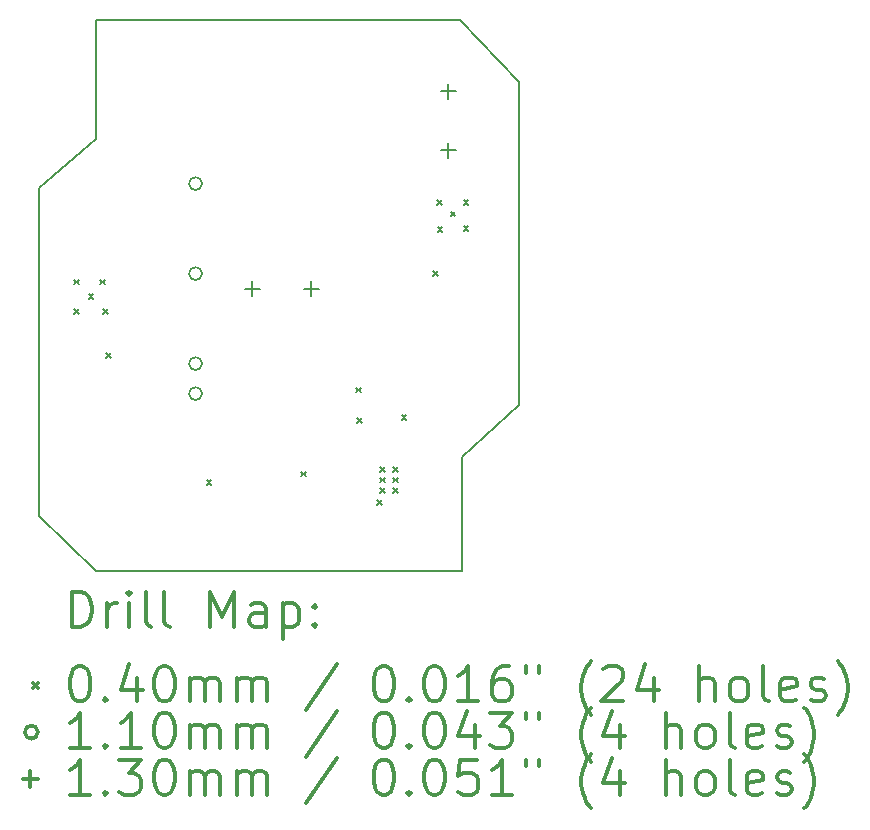
<source format=gbr>
%FSLAX45Y45*%
G04 Gerber Fmt 4.5, Leading zero omitted, Abs format (unit mm)*
G04 Created by KiCad (PCBNEW 5.1.4) date 2019-10-30 11:02:12*
%MOMM*%
%LPD*%
G04 APERTURE LIST*
%ADD10C,0.200000*%
%ADD11C,0.300000*%
G04 APERTURE END LIST*
D10*
X19595000Y-10910000D02*
X20075000Y-10470000D01*
X19595000Y-11870000D02*
X19595000Y-10910000D01*
X16010000Y-11410000D02*
X16495000Y-11870000D01*
X16495000Y-8210000D02*
X16010000Y-8630000D01*
X16495000Y-7210000D02*
X16495000Y-8210000D01*
X19575000Y-7210000D02*
X20075000Y-7730000D01*
X19575000Y-7210000D02*
X16495000Y-7210000D01*
X16010000Y-8630000D02*
X16010000Y-11410000D01*
X16495000Y-11870000D02*
X19595000Y-11870000D01*
X20075000Y-10470000D02*
X20075000Y-7730000D01*
D10*
X16305000Y-9405000D02*
X16345000Y-9445000D01*
X16345000Y-9405000D02*
X16305000Y-9445000D01*
X16305000Y-9655000D02*
X16345000Y-9695000D01*
X16345000Y-9655000D02*
X16305000Y-9695000D01*
X16430000Y-9530000D02*
X16470000Y-9570000D01*
X16470000Y-9530000D02*
X16430000Y-9570000D01*
X16530000Y-9405000D02*
X16570000Y-9445000D01*
X16570000Y-9405000D02*
X16530000Y-9445000D01*
X16555000Y-9655000D02*
X16595000Y-9695000D01*
X16595000Y-9655000D02*
X16555000Y-9695000D01*
X16580000Y-10030000D02*
X16620000Y-10070000D01*
X16620000Y-10030000D02*
X16580000Y-10070000D01*
X17430000Y-11105000D02*
X17470000Y-11145000D01*
X17470000Y-11105000D02*
X17430000Y-11145000D01*
X18230000Y-11030000D02*
X18270000Y-11070000D01*
X18270000Y-11030000D02*
X18230000Y-11070000D01*
X18695000Y-10320000D02*
X18735000Y-10360000D01*
X18735000Y-10320000D02*
X18695000Y-10360000D01*
X18705000Y-10580000D02*
X18745000Y-10620000D01*
X18745000Y-10580000D02*
X18705000Y-10620000D01*
X18870500Y-11270500D02*
X18910500Y-11310500D01*
X18910500Y-11270500D02*
X18870500Y-11310500D01*
X19080000Y-10555000D02*
X19120000Y-10595000D01*
X19120000Y-10555000D02*
X19080000Y-10595000D01*
X19345000Y-9330000D02*
X19385000Y-9370000D01*
X19385000Y-9330000D02*
X19345000Y-9370000D01*
X19380000Y-8730000D02*
X19420000Y-8770000D01*
X19420000Y-8730000D02*
X19380000Y-8770000D01*
X19385000Y-8960000D02*
X19425000Y-9000000D01*
X19425000Y-8960000D02*
X19385000Y-9000000D01*
X19495000Y-8830000D02*
X19535000Y-8870000D01*
X19535000Y-8830000D02*
X19495000Y-8870000D01*
X19605000Y-8730000D02*
X19645000Y-8770000D01*
X19645000Y-8730000D02*
X19605000Y-8770000D01*
X19605000Y-8950000D02*
X19645000Y-8990000D01*
X19645000Y-8950000D02*
X19605000Y-8990000D01*
X18895000Y-10990000D02*
X18935000Y-11030000D01*
X18935000Y-10990000D02*
X18895000Y-11030000D01*
X18895000Y-11080000D02*
X18935000Y-11120000D01*
X18935000Y-11080000D02*
X18895000Y-11120000D01*
X18895000Y-11170000D02*
X18935000Y-11210000D01*
X18935000Y-11170000D02*
X18895000Y-11210000D01*
X19005000Y-10990000D02*
X19045000Y-11030000D01*
X19045000Y-10990000D02*
X19005000Y-11030000D01*
X19005000Y-11080000D02*
X19045000Y-11120000D01*
X19045000Y-11080000D02*
X19005000Y-11120000D01*
X19005000Y-11170000D02*
X19045000Y-11210000D01*
X19045000Y-11170000D02*
X19005000Y-11210000D01*
X17390000Y-8592000D02*
G75*
G03X17390000Y-8592000I-55000J0D01*
G01*
X17390000Y-9354000D02*
G75*
G03X17390000Y-9354000I-55000J0D01*
G01*
X17390000Y-10116000D02*
G75*
G03X17390000Y-10116000I-55000J0D01*
G01*
X17390000Y-10370000D02*
G75*
G03X17390000Y-10370000I-55000J0D01*
G01*
X19475000Y-7745000D02*
X19475000Y-7875000D01*
X19410000Y-7810000D02*
X19540000Y-7810000D01*
X19475000Y-8245000D02*
X19475000Y-8375000D01*
X19410000Y-8310000D02*
X19540000Y-8310000D01*
X17815000Y-9415000D02*
X17815000Y-9545000D01*
X17750000Y-9480000D02*
X17880000Y-9480000D01*
X18315000Y-9415000D02*
X18315000Y-9545000D01*
X18250000Y-9480000D02*
X18380000Y-9480000D01*
D11*
X16286428Y-12345714D02*
X16286428Y-12045714D01*
X16357857Y-12045714D01*
X16400714Y-12060000D01*
X16429286Y-12088571D01*
X16443571Y-12117143D01*
X16457857Y-12174286D01*
X16457857Y-12217143D01*
X16443571Y-12274286D01*
X16429286Y-12302857D01*
X16400714Y-12331429D01*
X16357857Y-12345714D01*
X16286428Y-12345714D01*
X16586428Y-12345714D02*
X16586428Y-12145714D01*
X16586428Y-12202857D02*
X16600714Y-12174286D01*
X16615000Y-12160000D01*
X16643571Y-12145714D01*
X16672143Y-12145714D01*
X16772143Y-12345714D02*
X16772143Y-12145714D01*
X16772143Y-12045714D02*
X16757857Y-12060000D01*
X16772143Y-12074286D01*
X16786428Y-12060000D01*
X16772143Y-12045714D01*
X16772143Y-12074286D01*
X16957857Y-12345714D02*
X16929286Y-12331429D01*
X16915000Y-12302857D01*
X16915000Y-12045714D01*
X17115000Y-12345714D02*
X17086428Y-12331429D01*
X17072143Y-12302857D01*
X17072143Y-12045714D01*
X17457857Y-12345714D02*
X17457857Y-12045714D01*
X17557857Y-12260000D01*
X17657857Y-12045714D01*
X17657857Y-12345714D01*
X17929286Y-12345714D02*
X17929286Y-12188571D01*
X17915000Y-12160000D01*
X17886428Y-12145714D01*
X17829286Y-12145714D01*
X17800714Y-12160000D01*
X17929286Y-12331429D02*
X17900714Y-12345714D01*
X17829286Y-12345714D01*
X17800714Y-12331429D01*
X17786428Y-12302857D01*
X17786428Y-12274286D01*
X17800714Y-12245714D01*
X17829286Y-12231429D01*
X17900714Y-12231429D01*
X17929286Y-12217143D01*
X18072143Y-12145714D02*
X18072143Y-12445714D01*
X18072143Y-12160000D02*
X18100714Y-12145714D01*
X18157857Y-12145714D01*
X18186428Y-12160000D01*
X18200714Y-12174286D01*
X18215000Y-12202857D01*
X18215000Y-12288571D01*
X18200714Y-12317143D01*
X18186428Y-12331429D01*
X18157857Y-12345714D01*
X18100714Y-12345714D01*
X18072143Y-12331429D01*
X18343571Y-12317143D02*
X18357857Y-12331429D01*
X18343571Y-12345714D01*
X18329286Y-12331429D01*
X18343571Y-12317143D01*
X18343571Y-12345714D01*
X18343571Y-12160000D02*
X18357857Y-12174286D01*
X18343571Y-12188571D01*
X18329286Y-12174286D01*
X18343571Y-12160000D01*
X18343571Y-12188571D01*
X15960000Y-12820000D02*
X16000000Y-12860000D01*
X16000000Y-12820000D02*
X15960000Y-12860000D01*
X16343571Y-12675714D02*
X16372143Y-12675714D01*
X16400714Y-12690000D01*
X16415000Y-12704286D01*
X16429286Y-12732857D01*
X16443571Y-12790000D01*
X16443571Y-12861429D01*
X16429286Y-12918571D01*
X16415000Y-12947143D01*
X16400714Y-12961429D01*
X16372143Y-12975714D01*
X16343571Y-12975714D01*
X16315000Y-12961429D01*
X16300714Y-12947143D01*
X16286428Y-12918571D01*
X16272143Y-12861429D01*
X16272143Y-12790000D01*
X16286428Y-12732857D01*
X16300714Y-12704286D01*
X16315000Y-12690000D01*
X16343571Y-12675714D01*
X16572143Y-12947143D02*
X16586428Y-12961429D01*
X16572143Y-12975714D01*
X16557857Y-12961429D01*
X16572143Y-12947143D01*
X16572143Y-12975714D01*
X16843571Y-12775714D02*
X16843571Y-12975714D01*
X16772143Y-12661429D02*
X16700714Y-12875714D01*
X16886428Y-12875714D01*
X17057857Y-12675714D02*
X17086428Y-12675714D01*
X17115000Y-12690000D01*
X17129286Y-12704286D01*
X17143571Y-12732857D01*
X17157857Y-12790000D01*
X17157857Y-12861429D01*
X17143571Y-12918571D01*
X17129286Y-12947143D01*
X17115000Y-12961429D01*
X17086428Y-12975714D01*
X17057857Y-12975714D01*
X17029286Y-12961429D01*
X17015000Y-12947143D01*
X17000714Y-12918571D01*
X16986428Y-12861429D01*
X16986428Y-12790000D01*
X17000714Y-12732857D01*
X17015000Y-12704286D01*
X17029286Y-12690000D01*
X17057857Y-12675714D01*
X17286428Y-12975714D02*
X17286428Y-12775714D01*
X17286428Y-12804286D02*
X17300714Y-12790000D01*
X17329286Y-12775714D01*
X17372143Y-12775714D01*
X17400714Y-12790000D01*
X17415000Y-12818571D01*
X17415000Y-12975714D01*
X17415000Y-12818571D02*
X17429286Y-12790000D01*
X17457857Y-12775714D01*
X17500714Y-12775714D01*
X17529286Y-12790000D01*
X17543571Y-12818571D01*
X17543571Y-12975714D01*
X17686428Y-12975714D02*
X17686428Y-12775714D01*
X17686428Y-12804286D02*
X17700714Y-12790000D01*
X17729286Y-12775714D01*
X17772143Y-12775714D01*
X17800714Y-12790000D01*
X17815000Y-12818571D01*
X17815000Y-12975714D01*
X17815000Y-12818571D02*
X17829286Y-12790000D01*
X17857857Y-12775714D01*
X17900714Y-12775714D01*
X17929286Y-12790000D01*
X17943571Y-12818571D01*
X17943571Y-12975714D01*
X18529286Y-12661429D02*
X18272143Y-13047143D01*
X18915000Y-12675714D02*
X18943571Y-12675714D01*
X18972143Y-12690000D01*
X18986428Y-12704286D01*
X19000714Y-12732857D01*
X19015000Y-12790000D01*
X19015000Y-12861429D01*
X19000714Y-12918571D01*
X18986428Y-12947143D01*
X18972143Y-12961429D01*
X18943571Y-12975714D01*
X18915000Y-12975714D01*
X18886428Y-12961429D01*
X18872143Y-12947143D01*
X18857857Y-12918571D01*
X18843571Y-12861429D01*
X18843571Y-12790000D01*
X18857857Y-12732857D01*
X18872143Y-12704286D01*
X18886428Y-12690000D01*
X18915000Y-12675714D01*
X19143571Y-12947143D02*
X19157857Y-12961429D01*
X19143571Y-12975714D01*
X19129286Y-12961429D01*
X19143571Y-12947143D01*
X19143571Y-12975714D01*
X19343571Y-12675714D02*
X19372143Y-12675714D01*
X19400714Y-12690000D01*
X19415000Y-12704286D01*
X19429286Y-12732857D01*
X19443571Y-12790000D01*
X19443571Y-12861429D01*
X19429286Y-12918571D01*
X19415000Y-12947143D01*
X19400714Y-12961429D01*
X19372143Y-12975714D01*
X19343571Y-12975714D01*
X19315000Y-12961429D01*
X19300714Y-12947143D01*
X19286428Y-12918571D01*
X19272143Y-12861429D01*
X19272143Y-12790000D01*
X19286428Y-12732857D01*
X19300714Y-12704286D01*
X19315000Y-12690000D01*
X19343571Y-12675714D01*
X19729286Y-12975714D02*
X19557857Y-12975714D01*
X19643571Y-12975714D02*
X19643571Y-12675714D01*
X19615000Y-12718571D01*
X19586428Y-12747143D01*
X19557857Y-12761429D01*
X19986428Y-12675714D02*
X19929286Y-12675714D01*
X19900714Y-12690000D01*
X19886428Y-12704286D01*
X19857857Y-12747143D01*
X19843571Y-12804286D01*
X19843571Y-12918571D01*
X19857857Y-12947143D01*
X19872143Y-12961429D01*
X19900714Y-12975714D01*
X19957857Y-12975714D01*
X19986428Y-12961429D01*
X20000714Y-12947143D01*
X20015000Y-12918571D01*
X20015000Y-12847143D01*
X20000714Y-12818571D01*
X19986428Y-12804286D01*
X19957857Y-12790000D01*
X19900714Y-12790000D01*
X19872143Y-12804286D01*
X19857857Y-12818571D01*
X19843571Y-12847143D01*
X20129286Y-12675714D02*
X20129286Y-12732857D01*
X20243571Y-12675714D02*
X20243571Y-12732857D01*
X20686428Y-13090000D02*
X20672143Y-13075714D01*
X20643571Y-13032857D01*
X20629286Y-13004286D01*
X20615000Y-12961429D01*
X20600714Y-12890000D01*
X20600714Y-12832857D01*
X20615000Y-12761429D01*
X20629286Y-12718571D01*
X20643571Y-12690000D01*
X20672143Y-12647143D01*
X20686428Y-12632857D01*
X20786428Y-12704286D02*
X20800714Y-12690000D01*
X20829286Y-12675714D01*
X20900714Y-12675714D01*
X20929286Y-12690000D01*
X20943571Y-12704286D01*
X20957857Y-12732857D01*
X20957857Y-12761429D01*
X20943571Y-12804286D01*
X20772143Y-12975714D01*
X20957857Y-12975714D01*
X21215000Y-12775714D02*
X21215000Y-12975714D01*
X21143571Y-12661429D02*
X21072143Y-12875714D01*
X21257857Y-12875714D01*
X21600714Y-12975714D02*
X21600714Y-12675714D01*
X21729286Y-12975714D02*
X21729286Y-12818571D01*
X21715000Y-12790000D01*
X21686428Y-12775714D01*
X21643571Y-12775714D01*
X21615000Y-12790000D01*
X21600714Y-12804286D01*
X21915000Y-12975714D02*
X21886428Y-12961429D01*
X21872143Y-12947143D01*
X21857857Y-12918571D01*
X21857857Y-12832857D01*
X21872143Y-12804286D01*
X21886428Y-12790000D01*
X21915000Y-12775714D01*
X21957857Y-12775714D01*
X21986428Y-12790000D01*
X22000714Y-12804286D01*
X22015000Y-12832857D01*
X22015000Y-12918571D01*
X22000714Y-12947143D01*
X21986428Y-12961429D01*
X21957857Y-12975714D01*
X21915000Y-12975714D01*
X22186428Y-12975714D02*
X22157857Y-12961429D01*
X22143571Y-12932857D01*
X22143571Y-12675714D01*
X22415000Y-12961429D02*
X22386428Y-12975714D01*
X22329286Y-12975714D01*
X22300714Y-12961429D01*
X22286428Y-12932857D01*
X22286428Y-12818571D01*
X22300714Y-12790000D01*
X22329286Y-12775714D01*
X22386428Y-12775714D01*
X22415000Y-12790000D01*
X22429286Y-12818571D01*
X22429286Y-12847143D01*
X22286428Y-12875714D01*
X22543571Y-12961429D02*
X22572143Y-12975714D01*
X22629286Y-12975714D01*
X22657857Y-12961429D01*
X22672143Y-12932857D01*
X22672143Y-12918571D01*
X22657857Y-12890000D01*
X22629286Y-12875714D01*
X22586428Y-12875714D01*
X22557857Y-12861429D01*
X22543571Y-12832857D01*
X22543571Y-12818571D01*
X22557857Y-12790000D01*
X22586428Y-12775714D01*
X22629286Y-12775714D01*
X22657857Y-12790000D01*
X22772143Y-13090000D02*
X22786428Y-13075714D01*
X22815000Y-13032857D01*
X22829286Y-13004286D01*
X22843571Y-12961429D01*
X22857857Y-12890000D01*
X22857857Y-12832857D01*
X22843571Y-12761429D01*
X22829286Y-12718571D01*
X22815000Y-12690000D01*
X22786428Y-12647143D01*
X22772143Y-12632857D01*
X16000000Y-13236000D02*
G75*
G03X16000000Y-13236000I-55000J0D01*
G01*
X16443571Y-13371714D02*
X16272143Y-13371714D01*
X16357857Y-13371714D02*
X16357857Y-13071714D01*
X16329286Y-13114571D01*
X16300714Y-13143143D01*
X16272143Y-13157429D01*
X16572143Y-13343143D02*
X16586428Y-13357429D01*
X16572143Y-13371714D01*
X16557857Y-13357429D01*
X16572143Y-13343143D01*
X16572143Y-13371714D01*
X16872143Y-13371714D02*
X16700714Y-13371714D01*
X16786428Y-13371714D02*
X16786428Y-13071714D01*
X16757857Y-13114571D01*
X16729286Y-13143143D01*
X16700714Y-13157429D01*
X17057857Y-13071714D02*
X17086428Y-13071714D01*
X17115000Y-13086000D01*
X17129286Y-13100286D01*
X17143571Y-13128857D01*
X17157857Y-13186000D01*
X17157857Y-13257429D01*
X17143571Y-13314571D01*
X17129286Y-13343143D01*
X17115000Y-13357429D01*
X17086428Y-13371714D01*
X17057857Y-13371714D01*
X17029286Y-13357429D01*
X17015000Y-13343143D01*
X17000714Y-13314571D01*
X16986428Y-13257429D01*
X16986428Y-13186000D01*
X17000714Y-13128857D01*
X17015000Y-13100286D01*
X17029286Y-13086000D01*
X17057857Y-13071714D01*
X17286428Y-13371714D02*
X17286428Y-13171714D01*
X17286428Y-13200286D02*
X17300714Y-13186000D01*
X17329286Y-13171714D01*
X17372143Y-13171714D01*
X17400714Y-13186000D01*
X17415000Y-13214571D01*
X17415000Y-13371714D01*
X17415000Y-13214571D02*
X17429286Y-13186000D01*
X17457857Y-13171714D01*
X17500714Y-13171714D01*
X17529286Y-13186000D01*
X17543571Y-13214571D01*
X17543571Y-13371714D01*
X17686428Y-13371714D02*
X17686428Y-13171714D01*
X17686428Y-13200286D02*
X17700714Y-13186000D01*
X17729286Y-13171714D01*
X17772143Y-13171714D01*
X17800714Y-13186000D01*
X17815000Y-13214571D01*
X17815000Y-13371714D01*
X17815000Y-13214571D02*
X17829286Y-13186000D01*
X17857857Y-13171714D01*
X17900714Y-13171714D01*
X17929286Y-13186000D01*
X17943571Y-13214571D01*
X17943571Y-13371714D01*
X18529286Y-13057429D02*
X18272143Y-13443143D01*
X18915000Y-13071714D02*
X18943571Y-13071714D01*
X18972143Y-13086000D01*
X18986428Y-13100286D01*
X19000714Y-13128857D01*
X19015000Y-13186000D01*
X19015000Y-13257429D01*
X19000714Y-13314571D01*
X18986428Y-13343143D01*
X18972143Y-13357429D01*
X18943571Y-13371714D01*
X18915000Y-13371714D01*
X18886428Y-13357429D01*
X18872143Y-13343143D01*
X18857857Y-13314571D01*
X18843571Y-13257429D01*
X18843571Y-13186000D01*
X18857857Y-13128857D01*
X18872143Y-13100286D01*
X18886428Y-13086000D01*
X18915000Y-13071714D01*
X19143571Y-13343143D02*
X19157857Y-13357429D01*
X19143571Y-13371714D01*
X19129286Y-13357429D01*
X19143571Y-13343143D01*
X19143571Y-13371714D01*
X19343571Y-13071714D02*
X19372143Y-13071714D01*
X19400714Y-13086000D01*
X19415000Y-13100286D01*
X19429286Y-13128857D01*
X19443571Y-13186000D01*
X19443571Y-13257429D01*
X19429286Y-13314571D01*
X19415000Y-13343143D01*
X19400714Y-13357429D01*
X19372143Y-13371714D01*
X19343571Y-13371714D01*
X19315000Y-13357429D01*
X19300714Y-13343143D01*
X19286428Y-13314571D01*
X19272143Y-13257429D01*
X19272143Y-13186000D01*
X19286428Y-13128857D01*
X19300714Y-13100286D01*
X19315000Y-13086000D01*
X19343571Y-13071714D01*
X19700714Y-13171714D02*
X19700714Y-13371714D01*
X19629286Y-13057429D02*
X19557857Y-13271714D01*
X19743571Y-13271714D01*
X19829286Y-13071714D02*
X20015000Y-13071714D01*
X19915000Y-13186000D01*
X19957857Y-13186000D01*
X19986428Y-13200286D01*
X20000714Y-13214571D01*
X20015000Y-13243143D01*
X20015000Y-13314571D01*
X20000714Y-13343143D01*
X19986428Y-13357429D01*
X19957857Y-13371714D01*
X19872143Y-13371714D01*
X19843571Y-13357429D01*
X19829286Y-13343143D01*
X20129286Y-13071714D02*
X20129286Y-13128857D01*
X20243571Y-13071714D02*
X20243571Y-13128857D01*
X20686428Y-13486000D02*
X20672143Y-13471714D01*
X20643571Y-13428857D01*
X20629286Y-13400286D01*
X20615000Y-13357429D01*
X20600714Y-13286000D01*
X20600714Y-13228857D01*
X20615000Y-13157429D01*
X20629286Y-13114571D01*
X20643571Y-13086000D01*
X20672143Y-13043143D01*
X20686428Y-13028857D01*
X20929286Y-13171714D02*
X20929286Y-13371714D01*
X20857857Y-13057429D02*
X20786428Y-13271714D01*
X20972143Y-13271714D01*
X21315000Y-13371714D02*
X21315000Y-13071714D01*
X21443571Y-13371714D02*
X21443571Y-13214571D01*
X21429286Y-13186000D01*
X21400714Y-13171714D01*
X21357857Y-13171714D01*
X21329286Y-13186000D01*
X21315000Y-13200286D01*
X21629286Y-13371714D02*
X21600714Y-13357429D01*
X21586428Y-13343143D01*
X21572143Y-13314571D01*
X21572143Y-13228857D01*
X21586428Y-13200286D01*
X21600714Y-13186000D01*
X21629286Y-13171714D01*
X21672143Y-13171714D01*
X21700714Y-13186000D01*
X21715000Y-13200286D01*
X21729286Y-13228857D01*
X21729286Y-13314571D01*
X21715000Y-13343143D01*
X21700714Y-13357429D01*
X21672143Y-13371714D01*
X21629286Y-13371714D01*
X21900714Y-13371714D02*
X21872143Y-13357429D01*
X21857857Y-13328857D01*
X21857857Y-13071714D01*
X22129286Y-13357429D02*
X22100714Y-13371714D01*
X22043571Y-13371714D01*
X22015000Y-13357429D01*
X22000714Y-13328857D01*
X22000714Y-13214571D01*
X22015000Y-13186000D01*
X22043571Y-13171714D01*
X22100714Y-13171714D01*
X22129286Y-13186000D01*
X22143571Y-13214571D01*
X22143571Y-13243143D01*
X22000714Y-13271714D01*
X22257857Y-13357429D02*
X22286428Y-13371714D01*
X22343571Y-13371714D01*
X22372143Y-13357429D01*
X22386428Y-13328857D01*
X22386428Y-13314571D01*
X22372143Y-13286000D01*
X22343571Y-13271714D01*
X22300714Y-13271714D01*
X22272143Y-13257429D01*
X22257857Y-13228857D01*
X22257857Y-13214571D01*
X22272143Y-13186000D01*
X22300714Y-13171714D01*
X22343571Y-13171714D01*
X22372143Y-13186000D01*
X22486428Y-13486000D02*
X22500714Y-13471714D01*
X22529286Y-13428857D01*
X22543571Y-13400286D01*
X22557857Y-13357429D01*
X22572143Y-13286000D01*
X22572143Y-13228857D01*
X22557857Y-13157429D01*
X22543571Y-13114571D01*
X22529286Y-13086000D01*
X22500714Y-13043143D01*
X22486428Y-13028857D01*
X15935000Y-13567000D02*
X15935000Y-13697000D01*
X15870000Y-13632000D02*
X16000000Y-13632000D01*
X16443571Y-13767714D02*
X16272143Y-13767714D01*
X16357857Y-13767714D02*
X16357857Y-13467714D01*
X16329286Y-13510571D01*
X16300714Y-13539143D01*
X16272143Y-13553429D01*
X16572143Y-13739143D02*
X16586428Y-13753429D01*
X16572143Y-13767714D01*
X16557857Y-13753429D01*
X16572143Y-13739143D01*
X16572143Y-13767714D01*
X16686428Y-13467714D02*
X16872143Y-13467714D01*
X16772143Y-13582000D01*
X16815000Y-13582000D01*
X16843571Y-13596286D01*
X16857857Y-13610571D01*
X16872143Y-13639143D01*
X16872143Y-13710571D01*
X16857857Y-13739143D01*
X16843571Y-13753429D01*
X16815000Y-13767714D01*
X16729286Y-13767714D01*
X16700714Y-13753429D01*
X16686428Y-13739143D01*
X17057857Y-13467714D02*
X17086428Y-13467714D01*
X17115000Y-13482000D01*
X17129286Y-13496286D01*
X17143571Y-13524857D01*
X17157857Y-13582000D01*
X17157857Y-13653429D01*
X17143571Y-13710571D01*
X17129286Y-13739143D01*
X17115000Y-13753429D01*
X17086428Y-13767714D01*
X17057857Y-13767714D01*
X17029286Y-13753429D01*
X17015000Y-13739143D01*
X17000714Y-13710571D01*
X16986428Y-13653429D01*
X16986428Y-13582000D01*
X17000714Y-13524857D01*
X17015000Y-13496286D01*
X17029286Y-13482000D01*
X17057857Y-13467714D01*
X17286428Y-13767714D02*
X17286428Y-13567714D01*
X17286428Y-13596286D02*
X17300714Y-13582000D01*
X17329286Y-13567714D01*
X17372143Y-13567714D01*
X17400714Y-13582000D01*
X17415000Y-13610571D01*
X17415000Y-13767714D01*
X17415000Y-13610571D02*
X17429286Y-13582000D01*
X17457857Y-13567714D01*
X17500714Y-13567714D01*
X17529286Y-13582000D01*
X17543571Y-13610571D01*
X17543571Y-13767714D01*
X17686428Y-13767714D02*
X17686428Y-13567714D01*
X17686428Y-13596286D02*
X17700714Y-13582000D01*
X17729286Y-13567714D01*
X17772143Y-13567714D01*
X17800714Y-13582000D01*
X17815000Y-13610571D01*
X17815000Y-13767714D01*
X17815000Y-13610571D02*
X17829286Y-13582000D01*
X17857857Y-13567714D01*
X17900714Y-13567714D01*
X17929286Y-13582000D01*
X17943571Y-13610571D01*
X17943571Y-13767714D01*
X18529286Y-13453429D02*
X18272143Y-13839143D01*
X18915000Y-13467714D02*
X18943571Y-13467714D01*
X18972143Y-13482000D01*
X18986428Y-13496286D01*
X19000714Y-13524857D01*
X19015000Y-13582000D01*
X19015000Y-13653429D01*
X19000714Y-13710571D01*
X18986428Y-13739143D01*
X18972143Y-13753429D01*
X18943571Y-13767714D01*
X18915000Y-13767714D01*
X18886428Y-13753429D01*
X18872143Y-13739143D01*
X18857857Y-13710571D01*
X18843571Y-13653429D01*
X18843571Y-13582000D01*
X18857857Y-13524857D01*
X18872143Y-13496286D01*
X18886428Y-13482000D01*
X18915000Y-13467714D01*
X19143571Y-13739143D02*
X19157857Y-13753429D01*
X19143571Y-13767714D01*
X19129286Y-13753429D01*
X19143571Y-13739143D01*
X19143571Y-13767714D01*
X19343571Y-13467714D02*
X19372143Y-13467714D01*
X19400714Y-13482000D01*
X19415000Y-13496286D01*
X19429286Y-13524857D01*
X19443571Y-13582000D01*
X19443571Y-13653429D01*
X19429286Y-13710571D01*
X19415000Y-13739143D01*
X19400714Y-13753429D01*
X19372143Y-13767714D01*
X19343571Y-13767714D01*
X19315000Y-13753429D01*
X19300714Y-13739143D01*
X19286428Y-13710571D01*
X19272143Y-13653429D01*
X19272143Y-13582000D01*
X19286428Y-13524857D01*
X19300714Y-13496286D01*
X19315000Y-13482000D01*
X19343571Y-13467714D01*
X19715000Y-13467714D02*
X19572143Y-13467714D01*
X19557857Y-13610571D01*
X19572143Y-13596286D01*
X19600714Y-13582000D01*
X19672143Y-13582000D01*
X19700714Y-13596286D01*
X19715000Y-13610571D01*
X19729286Y-13639143D01*
X19729286Y-13710571D01*
X19715000Y-13739143D01*
X19700714Y-13753429D01*
X19672143Y-13767714D01*
X19600714Y-13767714D01*
X19572143Y-13753429D01*
X19557857Y-13739143D01*
X20015000Y-13767714D02*
X19843571Y-13767714D01*
X19929286Y-13767714D02*
X19929286Y-13467714D01*
X19900714Y-13510571D01*
X19872143Y-13539143D01*
X19843571Y-13553429D01*
X20129286Y-13467714D02*
X20129286Y-13524857D01*
X20243571Y-13467714D02*
X20243571Y-13524857D01*
X20686428Y-13882000D02*
X20672143Y-13867714D01*
X20643571Y-13824857D01*
X20629286Y-13796286D01*
X20615000Y-13753429D01*
X20600714Y-13682000D01*
X20600714Y-13624857D01*
X20615000Y-13553429D01*
X20629286Y-13510571D01*
X20643571Y-13482000D01*
X20672143Y-13439143D01*
X20686428Y-13424857D01*
X20929286Y-13567714D02*
X20929286Y-13767714D01*
X20857857Y-13453429D02*
X20786428Y-13667714D01*
X20972143Y-13667714D01*
X21315000Y-13767714D02*
X21315000Y-13467714D01*
X21443571Y-13767714D02*
X21443571Y-13610571D01*
X21429286Y-13582000D01*
X21400714Y-13567714D01*
X21357857Y-13567714D01*
X21329286Y-13582000D01*
X21315000Y-13596286D01*
X21629286Y-13767714D02*
X21600714Y-13753429D01*
X21586428Y-13739143D01*
X21572143Y-13710571D01*
X21572143Y-13624857D01*
X21586428Y-13596286D01*
X21600714Y-13582000D01*
X21629286Y-13567714D01*
X21672143Y-13567714D01*
X21700714Y-13582000D01*
X21715000Y-13596286D01*
X21729286Y-13624857D01*
X21729286Y-13710571D01*
X21715000Y-13739143D01*
X21700714Y-13753429D01*
X21672143Y-13767714D01*
X21629286Y-13767714D01*
X21900714Y-13767714D02*
X21872143Y-13753429D01*
X21857857Y-13724857D01*
X21857857Y-13467714D01*
X22129286Y-13753429D02*
X22100714Y-13767714D01*
X22043571Y-13767714D01*
X22015000Y-13753429D01*
X22000714Y-13724857D01*
X22000714Y-13610571D01*
X22015000Y-13582000D01*
X22043571Y-13567714D01*
X22100714Y-13567714D01*
X22129286Y-13582000D01*
X22143571Y-13610571D01*
X22143571Y-13639143D01*
X22000714Y-13667714D01*
X22257857Y-13753429D02*
X22286428Y-13767714D01*
X22343571Y-13767714D01*
X22372143Y-13753429D01*
X22386428Y-13724857D01*
X22386428Y-13710571D01*
X22372143Y-13682000D01*
X22343571Y-13667714D01*
X22300714Y-13667714D01*
X22272143Y-13653429D01*
X22257857Y-13624857D01*
X22257857Y-13610571D01*
X22272143Y-13582000D01*
X22300714Y-13567714D01*
X22343571Y-13567714D01*
X22372143Y-13582000D01*
X22486428Y-13882000D02*
X22500714Y-13867714D01*
X22529286Y-13824857D01*
X22543571Y-13796286D01*
X22557857Y-13753429D01*
X22572143Y-13682000D01*
X22572143Y-13624857D01*
X22557857Y-13553429D01*
X22543571Y-13510571D01*
X22529286Y-13482000D01*
X22500714Y-13439143D01*
X22486428Y-13424857D01*
M02*

</source>
